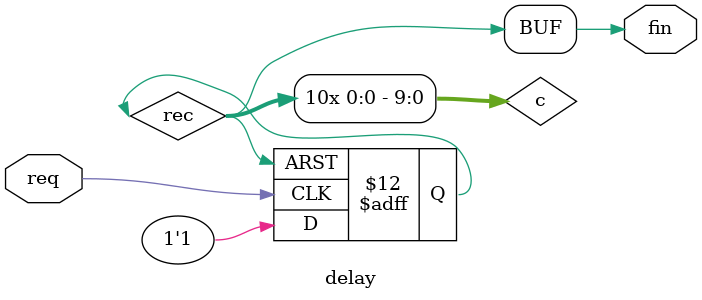
<source format=v>

`timescale 1ns / 1ps

module delay #(parameter N=10) (req,fin);
input req;
output wire fin;

(* dont_touch="true" *) wire [N-1:0] c /*synthesis noprune*/;  
// (* dont_touch="true" *) and /*synthesis noprune*/ make it work on both Xilinx platform and Altera platform. 

reg rec=1'b0;
assign c[0]=rec;
assign fin = c[N-1];

always@(posedge req or posedge fin) begin
	if(fin) rec<=1'b0;
	else rec<=1'b1;
end

genvar i;
generate 
	for(i=1;i<N;i=i+1)
	begin:delays
		assign c[i]=rec&(c[i-1]);
	end
endgenerate

endmodule
</source>
